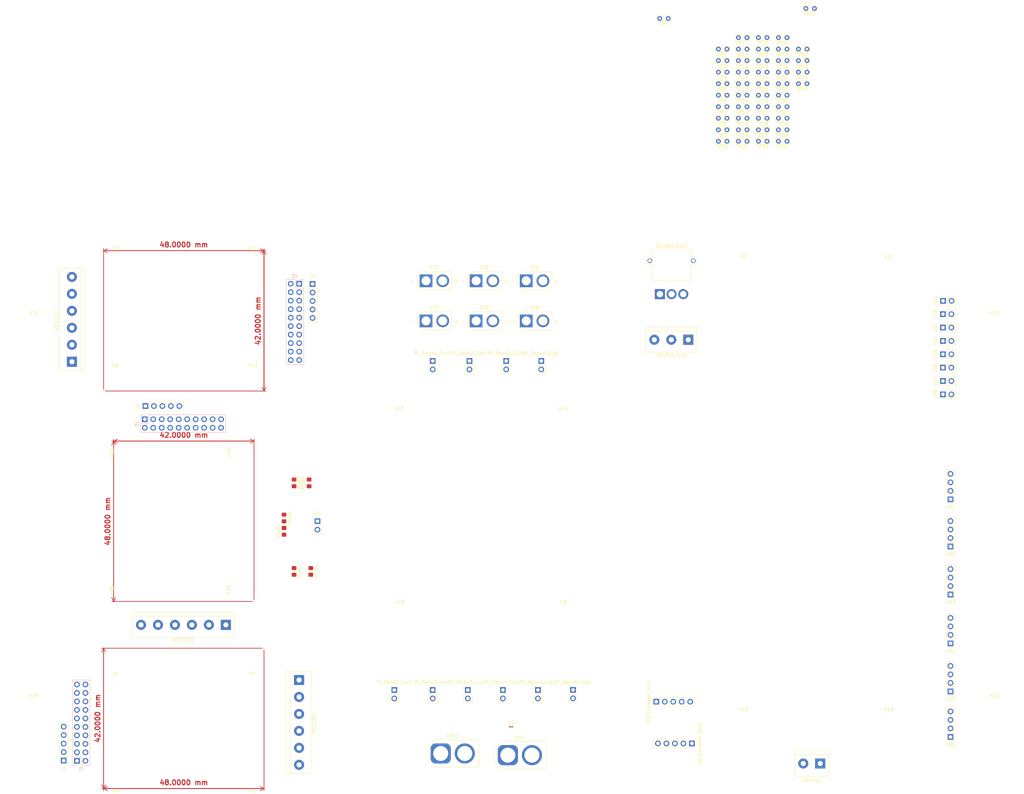
<source format=kicad_pcb>
(kicad_pcb (version 20240108) (generator "pcbnew") (generator_version "8.0")
  (layers (0 "F.Cu" signal) (1 "In1.Cu" signal) (2 "In2.Cu" signal) (3 "In3.Cu" signal) (4 "In4.Cu" signal) (31 "B.Cu" signal) (34 "B.Paste" user) (35 "F.Paste" user) (36 "B.SilkS" user "B.Silkscreen") (37 "F.SilkS" user "F.Silkscreen") (38 "B.Mask" user) (39 "F.Mask" user) (44 "Edge.Cuts" user))
  (net 0 "")
  (net 1 "GND")
  (net 2 "/LS4")
  (net 3 "/LS3")
  (net 4 "/LS7a")
  (net 5 "/LS7b")
  (net 6 "/B")
  (net 7 "/A")
  (net 8 "/C")
  (net 9 "/Sens4_2")
  (net 10 "/Sens4_1")
  (net 11 "/XT301+")
  (net 12 "/XT301-")
  (net 13 "/XT302+")
  (net 14 "/XT302-")
  (net 15 "/XT303+")
  (net 16 "/XT303-")
  (net 17 "/XT304+")
  (net 18 "/XT304-")
  (net 19 "/EN_B")
  (net 20 "/EN_A")
  (net 21 "+12V")
  (net 22 "+5V")
  (net 23 "/LS8a")
  (net 24 "/LS8b")
  (net 25 "/EN_C")
  (net 26 "Net-(PI1-Pin_1)")
  (net 27 "/EN1+")
  (net 28 "/EN1-")
  (net 29 "/EN1b")
  (net 30 "/EN1a")
  (net 31 "/EN2-")
  (net 32 "/EN2a")
  (net 33 "/EN2b")
  (net 34 "/EN2+")
  (net 35 "/EN3+")
  (net 36 "/EN3b")
  (net 37 "/EN3-")
  (net 38 "/EN3a")
  (net 39 "/EN4+")
  (net 40 "/EN4a")
  (net 41 "/EN4-")
  (net 42 "/EN4b")
  (net 43 "/EN5b")
  (net 44 "/EN5-")
  (net 45 "/EN5a")
  (net 46 "/EN5+")
  (net 47 "/EN6a")
  (net 48 "/EN6-")
  (net 49 "/EN6b")
  (net 50 "/EN6+")
  (net 54 "Net-(J1-Pin_1)")
  (net 58 "Net-(J1-Pin_3)")
  (net 62 "Net-(J2-Pin_1)")
  (net 69 "Net-(J2-Pin_3)")
  (net 76 "Net-(J3-Pin_1)")
  (net 80 "Net-(J3-Pin_3)")
  (net 82 "/LS5")
  (net 85 "/LS6")
  (net 86 "/LS1")
  (net 87 "/LS2")
  (net 94 "/Sens1_1")
  (net 95 "/Sens1_2")
  (net 96 "/Sens2_1")
  (net 97 "/Sens2_2")
  (net 98 "/Sens3_2")
  (net 99 "/Sens3_1")
  (net 100 "/XT306+")
  (net 101 "/XT305+")
  (net 102 "/XT306-")
  (net 103 "/XT305-")
  (footprint "Resistor_SMD:R_0805_2012Metric_Pad1.20x1.40mm_HandSolder" (layer "F.Cu") (at 240 168.5 90)
    (property "Reference" "PUR4" (at 0 -1.65 90) (layer "F.SilkS"))
    (property "Value" "R_US")
    (pad "1" smd roundrect (at -1 0 90) (size 1.2 1.4) (layers "F.Cu" "F.Paste" "F.Mask") (roundrect_rratio 0.208333) (net 87 "/LS2"))
    (pad "2" smd roundrect (at 1 0 90) (size 1.2 1.4) (layers "F.Cu" "F.Paste" "F.Mask") (roundrect_rratio 0.208333) (net 69 "Net-(J2-Pin_3)"))
  )
  (footprint "MountingHole:MountingHole_3.2mm_M3" (layer "F.Cu") (at 185 159.5 90)
    (property "Reference" "H12" (at -0.05 -4 90) (layer "F.SilkS"))
    (property "Value" "MountingHole")
    (pad "" np_thru_hole circle (at 0 0 90) (size 3.2 3.2) (drill 3.2) (layers "*.Cu" "*.Mask"))
  )
  (footprint "TestPoint:TestPoint_Bridge_Pitch2.54mm_Drill0.7mm" (layer "F.Cu") (at 380.5 62.8)
    (property "Reference" "TP39" (at 1.1 1.7 0) (layer "F.SilkS"))
    (property "Value" "TestPoint_Probe")
    (pad "1" thru_hole circle (at 0 0) (size 1.4 1.4) (drill 0.7) (layers "*.Cu" "*.Mask") (net 8 "/C"))
    (pad "1" thru_hole circle (at 2.54 0) (size 1.4 1.4) (drill 0.7) (layers "*.Cu" "*.Mask") (net 8 "/C"))
  )
  (footprint "MountingHole:MountingHole_3.2mm_M3" (layer "F.Cu") (at 413.5 105)
    (property "Reference" "H11" (at 0 -4.2 0) (layer "F.SilkS"))
    (property "Value" "MountingHole")
    (pad "" np_thru_hole circle (at 0 0) (size 3.2 3.2) (drill 3.2) (layers "*.Cu" "*.Mask"))
  )
  (footprint "Connector_PinHeader_2.54mm:PinHeader_1x05_P2.54mm_Vertical" (layer "F.Cu") (at 343.925 234 90)
    (property "Reference" "OD_Encoder_Inp1" (at 0 -2.33 90) (layer "F.SilkS"))
    (property "Value" "Conn_01x04")
    (pad "1" thru_hole rect (at 0 0 90) (size 1.7 1.7) (drill 1) (layers "*.Cu" "*.Mask") (net 1 "GND"))
    (pad "2" thru_hole oval (at 0 2.54 90) (size 1.7 1.7) (drill 1) (layers "*.Cu" "*.Mask") (net 25 "/EN_C"))
    (pad "3" thru_hole oval (at 0 5.08 90) (size 1.7 1.7) (drill 1) (layers "*.Cu" "*.Mask") (net 19 "/EN_B"))
    (pad "4" thru_hole oval (at 0 7.62 90) (size 1.7 1.7) (drill 1) (layers "*.Cu" "*.Mask") (net 20 "/EN_A"))
    (pad "5" thru_hole oval (at 0 10.16 90) (size 1.7 1.7) (drill 1) (layers "*.Cu" "*.Mask") (net 22 "+5V"))
  )
  (footprint "TestPoint:TestPoint_Bridge_Pitch2.54mm_Drill0.7mm" (layer "F.Cu") (at 362.53 38.65)
    (property "Reference" "TP2" (at 1.1 1.7 0) (layer "F.SilkS"))
    (property "Value" "TestPoint_Probe")
    (pad "1" thru_hole circle (at 0 0) (size 1.4 1.4) (drill 0.7) (layers "*.Cu" "*.Mask") (net 76 "Net-(J3-Pin_1)"))
    (pad "1" thru_hole circle (at 2.54 0) (size 1.4 1.4) (drill 0.7) (layers "*.Cu" "*.Mask") (net 76 "Net-(J3-Pin_1)"))
  )
  (footprint "TestPoint:TestPoint_Bridge_Pitch2.54mm_Drill0.7mm" (layer "F.Cu") (at 362.53 55.9)
    (property "Reference" "TP7" (at 1.1 1.7 0) (layer "F.SilkS"))
    (property "Value" "TestPoint_Probe")
    (pad "1" thru_hole circle (at 0 0) (size 1.4 1.4) (drill 0.7) (layers "*.Cu" "*.Mask") (net 3 "/LS3"))
    (pad "1" thru_hole circle (at 2.54 0) (size 1.4 1.4) (drill 0.7) (layers "*.Cu" "*.Mask") (net 3 "/LS3"))
  )
  (footprint "TestPoint:TestPoint_Bridge_Pitch2.54mm_Drill0.7mm" (layer "F.Cu") (at 368.52 42.1)
    (property "Reference" "TP13" (at 1.1 1.7 0) (layer "F.SilkS"))
    (property "Value" "TestPoint_Probe")
    (pad "1" thru_hole circle (at 0 0) (size 1.4 1.4) (drill 0.7) (layers "*.Cu" "*.Mask") (net 1 "GND"))
    (pad "1" thru_hole circle (at 2.54 0) (size 1.4 1.4) (drill 0.7) (layers "*.Cu" "*.Mask") (net 1 "GND"))
  )
  (footprint "Connector_PinHeader_2.54mm:PinHeader_1x02_P2.54mm_Vertical" (layer "F.Cu") (at 429.725 130 90)
    (property "Reference" "LS5" (at 0 -2.33 90) (layer "F.SilkS"))
    (property "Value" "Conn_02x01")
    (pad "1" thru_hole rect (at 0 0 90) (size 1.7 1.7) (drill 1) (layers "*.Cu" "*.Mask") (net 82 "/LS5"))
    (pad "2" thru_hole oval (at 0 2.54 90) (size 1.7 1.7) (drill 1) (layers "*.Cu" "*.Mask") (net 1 "GND"))
  )
  (footprint "Connector_PinHeader_2.54mm:PinHeader_1x02_P2.54mm_Vertical" (layer "F.Cu") (at 429.725 134 90)
    (property "Reference" "LS6" (at 0 -2.33 90) (layer "F.SilkS"))
    (property "Value" "Conn_02x01")
    (pad "1" thru_hole rect (at 0 0 90) (size 1.7 1.7) (drill 1) (layers "*.Cu" "*.Mask") (net 85 "/LS6"))
    (pad "2" thru_hole oval (at 0 2.54 90) (size 1.7 1.7) (drill 1) (layers "*.Cu" "*.Mask") (net 1 "GND"))
  )
  (footprint "MountingHole:MountingHole_4.3mm_M4" (layer "F.Cu") (at 157.5 123)
    (property "Reference" "H21" (at 0 -5.3 0) (layer "F.SilkS"))
    (property "Value" "MountingHole")
    (pad "" np_thru_hole circle (at 0 0) (size 4.3 4.3) (drill 4.3) (layers "*.Cu" "*.Mask"))
  )
  (footprint "Connector_AMASS:AMASS_XT30U-M_1x02_P5.0mm_Vertical" (layer "F.Cu") (at 275 108)
    (property "Reference" "XT1" (at 2.5 -4 0) (layer "F.SilkS"))
    (property "Value" "Conn_01x02_Male")
    (fp_text user "+" (at 9 0 0) (layer "F.SilkS") (effects (font (size 1.5 1.5))))
    (fp_text user "-" (at -4 0 0) (layer "F.SilkS") (effects (font (size 1.5 1.5))))
    (pad "1" thru_hole rect (at 0 0) (size 3.8 3.8) (drill 2.7) (layers "*.Cu" "*.Mask") (net 11 "/XT301+"))
    (pad "2" thru_hole circle (at 5 0) (size 3.8 3.8) (drill 2.7) (layers "*.Cu" "*.Mask") (net 12 "/XT301-"))
  )
  (footprint "Resistor_SMD:R_0805_2012Metric_Pad1.20x1.40mm_HandSolder" (layer "F.Cu") (at 235.5 195 -90)
    (property "Reference" "PUR2" (at 0 -1.65 90) (layer "F.SilkS"))
    (property "Value" "R_US")
    (pad "1" smd roundrect (at -1 0 270) (size 1.2 1.4) (layers "F.Cu" "F.Paste" "F.Mask") (roundrect_rratio 0.208333) (net 85 "/LS6"))
    (pad "2" smd roundrect (at 1 0 270) (size 1.2 1.4) (layers "F.Cu" "F.Paste" "F.Mask") (roundrect_rratio 0.208333) (net 58 "Net-(J1-Pin_3)"))
  )
  (footprint "TestPoint:TestPoint_Bridge_Pitch2.54mm_Drill0.7mm" (layer "F.Cu") (at 362.53 52.45)
    (property "Reference" "TP6" (at 1.1 1.7 0) (layer "F.SilkS"))
    (property "Value" "TestPoint_Probe")
    (pad "1" thru_hole circle (at 0 0) (size 1.4 1.4) (drill 0.7) (layers "*.Cu" "*.Mask") (net 87 "/LS2"))
    (pad "1" thru_hole circle (at 2.54 0) (size 1.4 1.4) (drill 0.7) (layers "*.Cu" "*.Mask") (net 87 "/LS2"))
  )
  (footprint "Connector_PinHeader_2.54mm:PinHeader_1x02_P2.54mm_Vertical" (layer "F.Cu") (at 429.725 118 90)
    (property "Reference" "LS2" (at 0 -2.33 90) (layer "F.SilkS"))
    (property "Value" "Conn_02x01")
    (pad "1" thru_hole rect (at 0 0 90) (size 1.7 1.7) (drill 1) (layers "*.Cu" "*.Mask") (net 87 "/LS2"))
    (pad "2" thru_hole oval (at 0 2.54 90) (size 1.7 1.7) (drill 1) (layers "*.Cu" "*.Mask") (net 1 "GND"))
  )
  (footprint "TestPoint:TestPoint_Bridge_Pitch2.54mm_Drill0.7mm" (layer "F.Cu") (at 368.52 52.45)
    (property "Reference" "TP16" (at 1.1 1.7 0) (layer "F.SilkS"))
    (property "Value" "TestPoint_Probe")
    (pad "1" thru_hole circle (at 0 0) (size 1.4 1.4) (drill 0.7) (layers "*.Cu" "*.Mask") (net 1 "GND"))
    (pad "1" thru_hole circle (at 2.54 0) (size 1.4 1.4) (drill 0.7) (layers "*.Cu" "*.Mask") (net 1 "GND"))
  )
  (footprint "MountingHole:MountingHole_3.2mm_M3" (layer "F.Cu") (at 370 105)
    (property "Reference" "H7" (at 0 -4.2 0) (layer "F.SilkS"))
    (property "Value" "MountingHole")
    (pad "" np_thru_hole circle (at 0 0) (size 3.2 3.2) (drill 3.2) (layers "*.Cu" "*.Mask"))
  )
  (footprint "Connector_AMASS:AMASS_XT30U-M_1x02_P5.0mm_Vertical" (layer "F.Cu") (at 305 120)
    (property "Reference" "XT6" (at 2.5 -4 0) (layer "F.SilkS"))
    (property "Value" "Conn_01x02_Male")
    (fp_text user "-" (at -4 0 0) (layer "F.SilkS") (effects (font (size 1.5 1.5))))
    (fp_text user "+" (at 9 0 0) (layer "F.SilkS") (effects (font (size 1.5 1.5))))
    (pad "1" thru_hole rect (at 0 0) (size 3.8 3.8) (drill 2.7) (layers "*.Cu" "*.Mask") (net 100 "/XT306+"))
    (pad "2" thru_hole circle (at 5 0) (size 3.8 3.8) (drill 2.7) (layers "*.Cu" "*.Mask") (net 102 "/XT306-"))
  )
  (footprint "TestPoint:TestPoint_Bridge_Pitch2.54mm_Drill0.7mm" (layer "F.Cu") (at 374.51 45.55)
    (property "Reference" "TP24" (at 1.1 1.7 0) (layer "F.SilkS"))
    (property "Value" "TestPoint_Probe")
    (pad "1" thru_hole circle (at 0 0) (size 1.4 1.4) (drill 0.7) (layers "*.Cu" "*.Mask") (net 25 "/EN_C"))
    (pad "1" thru_hole circle (at 2.54 0) (size 1.4 1.4) (drill 0.7) (layers "*.Cu" "*.Mask") (net 25 "/EN_C"))
  )
  (footprint "Connector_PinHeader_2.54mm:PinHeader_1x02_P2.54mm_Vertical" (layer "F.Cu") (at 288 132)
    (property "Reference" "PI_Sens2_Out1" (at 0 -2.33 0) (layer "F.SilkS"))
    (property "Value" "Conn_01x02")
    (pad "1" thru_hole rect (at 0 0) (size 1.7 1.7) (drill 1) (layers "*.Cu" "*.Mask") (net 96 "/Sens2_1"))
    (pad "2" thru_hole oval (at 0 2.54) (size 1.7 1.7) (drill 1) (layers "*.Cu" "*.Mask") (net 97 "/Sens2_2"))
  )
  (footprint "MountingHole:MountingHole_3.2mm_M3" (layer "F.Cu") (at 182 221.5 180)
    (property "Reference" "H5" (at 0 -4.2 0) (layer "F.SilkS"))
    (property "Value" "MountingHole")
    (pad "" np_thru_hole circle (at 0 0 180) (size 3.2 3.2) (drill 3.2) (layers "*.Cu" "*.Mask"))
  )
  (footprint "TestPoint:TestPoint_Bridge_Pitch2.54mm_Drill0.7mm" (layer "F.Cu") (at 380.5 66.25)
    (property "Reference" "TP40" (at 1.1 1.7 0) (layer "F.SilkS"))
    (property "Value" "TestPoint_Probe")
    (pad "1" thru_hole circle (at 0 0) (size 1.4 1.4) (drill 0.7) (layers "*.Cu" "*.Mask") (net 6 "/B"))
    (pad "1" thru_hole circle (at 2.54 0) (size 1.4 1.4) (drill 0.7) (layers "*.Cu" "*.Mask") (net 6 "/B"))
  )
  (footprint "Resistor_SMD:R_0805_2012Metric_Pad1.20x1.40mm_HandSolder" (layer "F.Cu") (at 240.5 195 -90)
    (property "Reference" "PUR1" (at 0 -1.65 90) (layer "F.SilkS"))
    (property "Value" "R_US")
    (pad "1" smd roundrect (at -1 0 270) (size 1.2 1.4) (layers "F.Cu" "F.Paste" "F.Mask") (roundrect_rratio 0.208333) (net 54 "Net-(J1-Pin_1)"))
    (pad "2" smd roundrect (at 1 0 270) (size 1.2 1.4) (layers "F.Cu" "F.Paste" "F.Mask") (roundrect_rratio 0.208333) (net 82 "/LS5"))
  )
  (footprint "Connector_PinHeader_2.54mm:PinHeader_1x04_P2.54mm_Vertical" (layer "F.Cu") (at 432 187.54 180)
    (property "Reference" "EN2" (at 0 -2.33 0) (layer "F.SilkS"))
    (property "Value" "Conn_01x04")
    (pad "1" thru_hole rect (at 0 0 180) (size 1.7 1.7) (drill 1) (layers "*.Cu" "*.Mask") (net 31 "/EN2-"))
    (pad "2" thru_hole oval (at 0 2.54 180) (size 1.7 1.7) (drill 1) (layers "*.Cu" "*.Mask") (net 34 "/EN2+"))
    (pad "3" thru_hole oval (at 0 5.08 180) (size 1.7 1.7) (drill 1) (layers "*.Cu" "*.Mask") (net 33 "/EN2b"))
    (pad "4" thru_hole oval (at 0 7.62 180) (size 1.7 1.7) (drill 1) (layers "*.Cu" "*.Mask") (net 32 "/EN2a"))
  )
  (footprint "Connector_PinHeader_2.54mm:PinHeader_1x02_P2.54mm_Vertical" (layer "F.Cu") (at 319 230.46)
    (property "Reference" "PI_Sens6_Inp1" (at 0 -2.33 0) (layer "F.SilkS"))
    (property "Value" "Conn_01x02")
    (pad "1" thru_hole rect (at 0 0) (size 1.7 1.7) (drill 1) (layers "*.Cu" "*.Mask") (net 23 "/LS8a"))
    (pad "2" thru_hole oval (at 0 2.54) (size 1.7 1.7) (drill 1) (layers "*.Cu" "*.Mask") (net 24 "/LS8b"))
  )
  (footprint "TestPoint:TestPoint_Bridge_Pitch2.54mm_Drill0.7mm" (layer "F.Cu") (at 368.52 66.25)
    (property "Reference" "TP20" (at 1.1 1.7 0) (layer "F.SilkS"))
    (property "Value" "TestPoint_Probe")
    (pad "1" thru_hole circle (at 0 0) (size 1.4 1.4) (drill 0.7) (layers "*.Cu" "*.Mask") (net 24 "/LS8b"))
    (pad "1" thru_hole circle (at 2.54 0) (size 1.4 1.4) (drill 0.7) (layers "*.Cu" "*.Mask") (net 24 "/LS8b"))
  )
  (footprint "TestPoint:TestPoint_Bridge_Pitch2.54mm_Drill0.7mm" (layer "F.Cu") (at 388.73 26.5)
    (property "Reference" "TP41" (at 1.1 1.7 0) (layer "F.SilkS"))
    (property "Value" "TestPoint_Probe")
    (pad "1" thru_hole circle (at 0 0) (size 1.4 1.4) (drill 0.7) (layers "*.Cu" "*.Mask") (net 7 "/A"))
    (pad "1" thru_hole circle (at 2.54 0) (size 1.4 1.4) (drill 0.7) (layers "*.Cu" "*.Mask") (net 7 "/A"))
  )
  (footprint "TestPoint:TestPoint_Bridge_Pitch2.54mm_Drill0.7mm" (layer "F.Cu") (at 368.52 38.65)
    (property "Reference" "TP12" (at 1.1 1.7 0) (layer "F.SilkS"))
    (property "Value" "TestPoint_Probe")
    (pad "1" thru_hole circle (at 0 0) (size 1.4 1.4) (drill 0.7) (layers "*.Cu" "*.Mask") (net 58 "Net-(J1-Pin_3)"))
    (pad "1" thru_hole circle (at 2.54 0) (size 1.4 1.4) (drill 0.7) (layers "*.Cu" "*.Mask") (net 58 "Net-(J1-Pin_3)"))
  )
  (footprint "TestPoint:TestPoint_Bridge_Pitch2.54mm_Drill0.7mm" (layer "F.Cu") (at 374.51 42.1)
    (property "Reference" "TP23" (at 1.1 1.7 0) (layer "F.SilkS"))
    (property "Value" "TestPoint_Probe")
    (pad "1" thru_hole circle (at 0 0) (size 1.4 1.4) (drill 0.7) (layers "*.Cu" "*.Mask") (net 8 "/C"))
    (pad "1" thru_hole circle (at 2.54 0) (size 1.4 1.4) (drill 0.7) (layers "*.Cu" "*.Mask") (net 8 "/C"))
  )
  (footprint "Connector_PinHeader_2.54mm:PinHeader_1x04_P2.54mm_Vertical" (layer "F.Cu") (at 432 173.42 180)
    (property "Reference" "EN1" (at 0 -2.33 0) (layer "F.SilkS"))
    (property "Value" "Conn_01x04")
    (pad "1" thru_hole rect (at 0 0 180) (size 1.7 1.7) (drill 1) (layers "*.Cu" "*.Mask") (net 28 "/EN1-"))
    (pad "2" thru_hole oval (at 0 2.54 180) (size 1.7 1.7) (drill 1) (layers "*.Cu" "*.Mask") (net 27 "/EN1+"))
    (pad "3" thru_hole oval (at 0 5.08 180) (size 1.7 1.7) (drill 1) (layers "*.Cu" "*.Mask") (net 29 "/EN1b"))
    (pad "4" thru_hole oval (at 0 7.62 180) (size 1.7 1.7) (drill 1) (layers "*.Cu" "*.Mask") (net 30 "/EN1a"))
  )
  (footprint "MountingHole:MountingHole_3.2mm_M3" (layer "F.Cu") (at 267 150.5)
    (property "Reference" "H10" (at 0 -4.2 0) (layer "F.SilkS"))
    (property "Value" "MountingHole")
    (pad "" np_thru_hole circle (at 0 0) (size 3.2 3.2) (drill 3.2) (layers "*.Cu" "*.Mask"))
  )
  (footprint "Connector_AMASS:AMASS_XT30U-M_1x02_P5.0mm_Vertical" (layer "F.Cu") (at 290 120)
    (property "Reference" "XT5" (at 2.5 -4 0) (layer "F.SilkS"))
    (property "Value" "Conn_01x02_Male")
    (fp_text user "+" (at 9 0 0) (layer "F.SilkS") (effects (font (size 1.5 1.5))))
    (fp_text user "-" (at -4 0 0) (layer "F.SilkS") (effects (font (size 1.5 1.5))))
    (pad "1" thru_hole rect (at 0 0) (size 3.8 3.8) (drill 2.7) (layers "*.Cu" "*.Mask") (net 101 "/XT305+"))
    (pad "2" thru_hole circle (at 5 0) (size 3.8 3.8) (drill 2.7) (layers "*.Cu" "*.Mask") (net 103 "/XT305-"))
  )
  (footprint "TestPoint:TestPoint_Bridge_Pitch2.54mm_Drill0.7mm" (layer "F.Cu") (at 362.53 59.35)
    (property "Reference" "TP8" (at 1.1 1.7 0) (layer "F.SilkS"))
    (property "Value" "TestPoint_Probe")
    (pad "1" thru_hole circle (at 0 0) (size 1.4 1.4) (drill 0.7) (layers "*.Cu" "*.Mask") (net 2 "/LS4"))
    (pad "1" thru_hole circle (at 2.54 0) (size 1.4 1.4) (drill 0.7) (layers "*.Cu" "*.Mask") (net 2 "/LS4"))
  )
  (footprint "TestPoint:TestPoint_Bridge_Pitch2.54mm_Drill0.7mm" (layer "F.Cu") (at 374.51 38.65)
    (property "Reference" "TP22" (at 1.1 1.7 0) (layer "F.SilkS"))
    (property "Value" "TestPoint_Probe")
    (pad "1" thru_hole circle (at 0 0) (size 1.4 1.4) (drill 0.7) (layers "*.Cu" "*.Mask") (net 6 "/B"))
    (pad "1" thru_hole circle (at 2.54 0) (size 1.4 1.4) (drill 0.7) (layers "*.Cu" "*.Mask") (net 6 "/B"))
  )
  (footprint "Connector_AMASS:AMASS_XT30U-M_1x02_P5.0mm_Vertical" (layer "F.Cu") (at 305 108)
    (property "Reference" "XT3" (at 2.5 -4 0) (layer "F.SilkS"))
    (property "Value" "Conn_01x02_Male")
    (fp_text user "+" (at 9 0 0) (layer "F.SilkS") (effects (font (size 1.5 1.5))))
    (fp_text user "-" (at -4 0 0) (layer "F.SilkS") (effects (font (size 1.5 1.5))))
    (pad "1" thru_hole rect (at 0 0) (size 3.8 3.8) (drill 2.7) (layers "*.Cu" "*.Mask") (net 15 "/XT303+"))
    (pad "2" thru_hole circle (at 5 0) (size 3.8 3.8) (drill 2.7) (layers "*.Cu" "*.Mask") (net 16 "/XT303-"))
  )
  (footprint "TestPoint:TestPoint_Bridge_Pitch2.54mm_Drill0.7mm" (layer "F.Cu") (at 380.5 42.1)
    (property "Reference" "TP33" (at 1.1 1.7 0) (layer "F.SilkS"))
    (property "Value" "TestPoint_Probe")
    (pad "1" thru_hole circle (at 0 0) (size 1.4 1.4) (drill 0.7) (layers "*.Cu" "*.Mask") (net 21 "+12V"))
    (pad "1" thru_hole circle (at 2.54 0) (size 1.4 1.4) (drill 0.7) (layers "*.Cu" "*.Mask") (net 21 "+12V"))
  )
  (footprint "TestPoint:TestPoint_Bridge_Pitch2.54mm_Drill0.7mm" (layer "F.Cu") (at 362.53 49)
    (property "Reference" "TP5" (at 1.1 1.7 0) (layer "F.SilkS"))
    (property "Value" "TestPoint_Probe")
    (pad "1" thru_hole circle (at 0 0) (size 1.4 1.4) (drill 0.7) (layers "*.Cu" "*.Mask") (net 86 "/LS1"))
    (pad "1" thru_hole circle (at 2.54 0) (size 1.4 1.4) (drill 0.7) (layers "*.Cu" "*.Mask") (net 86 "/LS1"))
  )
  (footprint "Connector_PinHeader_2.54mm:PinHeader_1x02_P2.54mm_Vertical" (layer "F.Cu") (at 287.5 230.5)
    (property "Reference" "PI_Sens3_Inp1" (at 0 -2.33 0) (layer "F.SilkS"))
    (property "Value" "Conn_01x02")
    (pad "1" thru_hole rect (at 0 0) (size 1.7 1.7) (drill 1) (layers "*.Cu" "*.Mask") (net 98 "/Sens3_2"))
    (pad "2" thru_hole oval (at 0 2.54) (size 1.7 1.7) (drill 1) (layers "*.Cu" "*.Mask") (net 99 "/Sens3_1"))
  )
  (footprint "MountingHole:MountingHole_3.2mm_M3" (layer "F.Cu") (at 223 102.5)
    (property "Reference" "H17" (at 0 -4.2 0) (layer "F.SilkS"))
    (property "Value" "MountingHole")
    (pad "" np_thru_hole circle (at 0 0) (size 3.2 3.2) (drill 3.2) (layers "*.Cu" "*.Mask"))
  )
  (footprint "Connector_PinHeader_2.54mm:PinHeader_1x02_P2.54mm_Vertical" (layer "F.Cu") (at 298 230.5)
    (property "Reference" "PI_Sens4_Inp1" (at 0 -2.33 0) (layer "F.SilkS"))
    (property "Value" "Conn_01x02")
    (pad "1" thru_hole rect (at 0 0) (size 1.7 1.7) (drill 1) (layers "*.Cu" "*.Mask") (net 9 "/Sens4_2"))
    (pad "2" thru_hole oval (at 0 2.54) (size 1.7 1.7) (drill 1) (layers "*.Cu" "*.Mask") (net 10 "/Sens4_1"))
  )
  (footprint "TestPoint:TestPoint_Bridge_Pitch2.54mm_Drill0.7mm" (layer "F.Cu") (at 374.51 66.25)
    (property "Reference" "TP30" (at 1.1 1.7 0) (layer "F.SilkS"))
    (property "Value" "TestPoint_Probe")
    (pad "1" thru_hole circle (at 0 0) (size 1.4 1.4) (drill 0.7) (layers "*.Cu" "*.Mask") (net 1 "GND"))
    (pad "1" thru_hole circle (at 2.54 0) (size 1.4 1.4) (drill 0.7) (layers "*.Cu" "*.Mask") (net 1 "GND"))
  )
  (footprint "Resistor_SMD:R_0805_2012Metric_Pad1.20x1.40mm_HandSolder" (layer "F.Cu") (at 232.5 179 -90)
    (property "Reference" "PUR6" (at 0 -1.65 90) (layer "F.SilkS"))
    (property "Value" "R_US")
    (pad "1" smd roundrect (at -1 0 270) (size 1.2 1.4) (layers "F.Cu" "F.Paste" "F.Mask") (roundrect_rratio 0.208333) (net 2 "/LS4"))
    (pad "2" smd roundrect (at 1 0 270) (size 1.2 1.4) (layers "F.Cu" "F.Paste" "F.Mask") (roundrect_rratio 0.208333) (net 80 "Net-(J3-Pin_3)"))
  )
  (footprint "TestPoint:TestPoint_Bridge_Pitch2.54mm_Drill0.7mm" (layer "F.Cu") (at 386.49 42.1)
    (property "Reference" "TP43" (at 1.1 1.7 0) (layer "F.SilkS"))
    (property "Value" "TestPoint_Probe")
    (pad "1" thru_hole circle (at 0 0) (size 1.4 1.4) (drill 0.7) (layers "*.Cu" "*.Mask") (net 1 "GND"))
    (pad "1" thru_hole circle (at 2.54 0) (size 1.4 1.4) (drill 0.7) (layers "*.Cu" "*.Mask") (net 1 "GND"))
  )
  (footprint "Connector_PinHeader_2.54mm:PinHeader_1x02_P2.54mm_Vertical" (layer "F.Cu") (at 429.765 114 90)
    (property "Reference" "LS1" (at 0 -2.33 90) (layer "F.SilkS"))
    (property "Value" "Conn_02x01")
    (pad "1" thru_hole rect (at 0 0 90) (size 1.7 1.7) (drill 1) (layers "*.Cu" "*.Mask") (net 86 "/LS1"))
    (pad "2" thru_hole oval (at 0 2.54 90) (size 1.7 1.7) (drill 1) (layers "*.Cu" "*.Mask") (net 1 "GND"))
  )
  (footprint "Connector_PinHeader_2.54mm:PinHeader_1x02_P2.54mm_Vertical" (layer "F.Cu") (at 429.725 138 90)
    (property "Reference" "LS7" (at 0 -2.33 90) (layer "F.SilkS"))
    (property "Value" "Conn_02x01")
    (pad "1" thru_hole rect (at 0 0 90) (size 1.7 1.7) (drill 1) (layers "*.Cu" "*.Mask") (net 4 "/LS7a"))
    (pad "2" thru_hole oval (at 0 2.54 90) (size 1.7 1.7) (drill 1) (layers "*.Cu" "*.Mask") (net 5 "/LS7b"))
  )
  (footprint "Connector_PinHeader_2.54mm:PinHeader_1x02_P2.54mm_Vertical" (layer "F.Cu") (at 429.725 122 90)
    (property "Reference" "LS3" (at 0 -2.33 90) (layer "F.SilkS"))
    (property "Value" "Conn_02x01")
    (pad "1" thru_hole rect (at 0 0 90) (size 1.7 1.7) (drill 1) (layers "*.Cu" "*.Mask") (net 3 "/LS3"))
    (pad "2" thru_hole oval (at 0 2.54 90) (size 1.7 1.7) (drill 1) (layers "*.Cu" "*.Mask") (net 1 "GND"))
  )
  (footprint "TestPoint:TestPoint_Bridge_Pitch2.54mm_Drill0.7mm" (layer "F.Cu") (at 374.51 35.2)
    (property "Reference" "TP21" (at 1.1 1.7 0) (layer "F.SilkS"))
    (property "Value" "TestPoint_Probe")
    (pad "1" thru_hole circle (at 0 0) (size 1.4 1.4) (drill 0.7) (layers "*.Cu" "*.Mask") (net 7 "/A"))
    (pad "1" thru_hole circle (at 2.54 0) (size 1.4 1.4) (drill 0.7) (layers "*.Cu" "*.Mask") (net 7 "/A"))
  )
  (footprint "TerminalBlock:TerminalBlock_bornier-6_P5.08mm" (layer "F.Cu") (at 169 132.24 90)
    (property "Reference" "RC1_ST1" (at 12.65 -4.55 90) (layer "F.SilkS"))
    (property "Value" "Screw_Terminal_01x06")
    (pad "1" thru_hole rect (at 0 0 90) (size 3 3) (drill 1.52) (layers "*.Cu" "*.Mask") (net 11 "/XT301+"))
    (pad "2" thru_hole circle (at 5.08 0 90) (size 3 3) (drill 1.52) (layers "*.Cu" "*.Mask") (net 12 "/XT301-"))
    (pad "3" thru_hole circle (at 10.16 0 90) (size 3 3) (drill 1.52) (layers "*.Cu" "*.Mask") (net 21 "+12V"))
    (pad "4" thru_hole circle (at 15.24 0 90) (size 3 3) (drill 1.52) (layers "*.Cu" "*.Mask") (net 1 "GND"))
    (pad "5" thru_hole circle (at 20.32 0 90) (size 3 3) (drill 1.52) (layers "*.Cu" "*.Mask") (net 13 "/XT302+"))
    (pad "6" thru_hole circle (at 25.4 0 90) (size 3 3) (drill 1.52) (layers "*.Cu" "*.Mask") (net 14 "/XT302-"))
  )
  (footprint "TestPoint:TestPoint_Bridge_Pitch2.54mm_Drill0.7mm" (layer "F.Cu") (at 374.51 59.35)
    (property "Reference" "TP28" (at 1.1 1.7 0) (layer "F.SilkS"))
    (property "Value" "TestPoint_Probe")
    (pad "1" thru_hole circle (at 0 0) (size 1.4 1.4) (drill 0.7) (layers "*.Cu" "*.Mask") (net 1 "GND"))
    (pad "1" thru_hole circle (at 2.54 0) (size 1.4 1.4) (drill 0.7) (layers "*.Cu" "*.Mask") (net 1 "GND"))
  )
  (footprint "Connector_PinHeader_2.54mm:PinHeader_1x02_P2.54mm_Vertical" (layer "F.Cu") (at 265.5 230.5)
    (property "Reference" "PI_Sens1_Inp1" (at 0 -2.33 0) (layer "F.SilkS"))
    (property "Value" "Conn_01x02")
    (pad "1" thru_hole rect (at 0 0) (size 1.7 1.7) (drill 1) (layers "*.Cu" "*.Mask") (net 95 "/Sens1_2"))
    (pad "2" thru_hole oval (at 0 2.54) (size 1.7 1.7) (drill 1) (layers "*.Cu" "*.Mask") (net 94 "/Sens1_1"))
  )
  (footprint "Connector_PinHeader_2.54mm:PinHeader_1x05_P2.54mm_Vertical" (layer "F.Cu") (at 241.04 108.965)
    (property "Reference" "J4" (at 0 -2.33 0) (layer "F.SilkS"))
    (property "Value" "Conn_01x05")
    (pad "1" thru_hole rect (at 0 0) (size 1.7 1.7) (drill 1) (layers "*.Cu" "*.Mask") (net 82 "/LS5"))
    (pad "2" thru_hole oval (at 0 2.54) (size 1.7 1.7) (drill 1) (layers "*.Cu" "*.Mask") (net 85 "/LS6"))
    (pad "3" thru_hole oval (at 0 5.08) (size 1.7 1.7) (drill 1) (layers "*.Cu" "*.Mask"))
    (pad "4" thru_hole oval (at 0 7.62) (size 1.7 1.7) (drill 1) (layers "*.Cu" "*.Mask"))
    (pad "5" thru_hole oval (at 0 10.16) (size 1.7 1.7) (drill 1) (layers "*.Cu" "*.Mask"))
  )
  (footprint "Resistor_SMD:R_0805_2012Metric_Pad1.20x1.40mm_HandSolder" (layer "F.Cu") (at 232.5 183 90)
    (property "Reference" "PUR5" (at 0 -1.65 90) (layer "F.SilkS"))
    (property "Value" "R_US")
    (pad "1" smd roundrect (at -1 0 90) (size 1.2 1.4) (layers "F.Cu" "F.Paste" "F.Mask") (roundrect_rratio 0.208333) (net 76 "Net-(J3-Pin_1)"))
    (pad "2" smd roundrect (at 1 0 90) (size 1.2 1.4) (layers "F.Cu" "F.Paste" "F.Mask") (roundrect_rratio 0.208333) (net 3 "/LS3"))
  )
  (footprint "MountingHole:MountingHole_4.3mm_M4" (layer "F.Cu") (at 445 123)
    (property "Reference" "H22" (at 0 -5.3 0) (layer "F.SilkS"))
    (property "Value" "MountingHole")
    (pad "" np_thru_hole circle (at 0 0) (size 4.3 4.3) (drill 4.3) (layers "*.Cu" "*.Mask"))
  )
  (footprint "Connector_PinHeader_2.54mm:PinHeader_1x04_P2.54mm_Vertical" (layer "F.Cu") (at 432 216.54 180)
    (property "Reference" "EN4" (at 0 -2.33 0) (layer "F.SilkS"))
    (property "Value" "Conn_01x04")
    (pad "1" thru_hole rect (at 0 0 180) (size 1.7 1.7) (drill 1) (layers "*.Cu" "*.Mask") (net 41 "/EN4-"))
    (pad "2" thru_hole oval (at 0 2.54 180) (size 1.7 1.7) (drill 1) (layers "*.Cu" "*.Mask") (net 39 "/EN4+"))
    (pad "3" thru_hole oval (at 0 5.08 180) (size 1.7 1.7) (drill 1) (layers "*.Cu" "*.Mask") (net 42 "/EN4b"))
    (pad "4" thru_hole oval (at 0 7.62 180) (size 1.7 1.7) (drill 1) (layers "*.Cu" "*.Mask") (net 40 "/EN4a"))
  )
  (footprint "MountingHole:MountingHole_3.2mm_M3" (layer "F.Cu") (at 182 256.5 180)
    (property "Reference" "H9" (at 0 -4.2 0) (layer "F.SilkS"))
    (property "Value" "MountingHole")
    (pad "" np_thru_hole circle (at 0 0 180) (size 3.2 3.2) (drill 3.2) (layers "*.Cu" "*.Mask"))
  )
  (footprint "MountingHole:MountingHole_3.2mm_M3" (layer "F.Cu") (at 182 137.5)
    (property "Reference" "H6" (at 0 -4.2 0) (layer "F.SilkS"))
    (property "Value" "MountingHole")
    (pad "" np_thru_hole circle (at 0 0) (size 3.2 3.2) (drill 3.2) (layers "*.Cu" "*.Mask"))
  )
  (footprint "Connector_PinHeader_2.54mm:PinHeader_1x02_P2.54mm_Vertical" (layer "F.Cu") (at 242.5 179.96)
    (property "Reference" "PI1" (at 0 -2.33 0) (layer "F.SilkS"))
    (property "Value" "Conn_01x02")
    (pad "1" thru_hole rect (at 0 0) (size 1.7 1.7) (drill 1) (layers "*.Cu" "*.Mask") (net 26 "Net-(PI1-Pin_1)"))
    (pad "2" thru_hole oval (at 0 2.54) (size 1.7 1.7) (drill 1) (layers "*.Cu" "*.Mask") (net 1 "GND"))
  )
  (footprint "TestPoint:TestPoint_Bridge_Pitch2.54mm_Drill0.7mm" (layer "F.Cu") (at 368.52 35.2)
    (property "Reference" "TP11" (at 1.1 1.7 0) (layer "F.SilkS"))
    (property "Value" "TestPoint_Probe")
    (pad "1" thru_hole circle (at 0 0) (size 1.4 1.4) (drill 0.7) (layers "*.Cu" "*.Mask") (net 85 "/LS6"))
    (pad "1" thru_hole circle (at 2.54 0) (size 1.4 1.4) (drill 0.7) (layers "*.Cu" "*.Mask") (net 85 "/LS6"))
  )
  (footprint "TestPoint:TestPoint_Bridge_Pitch2.54mm_Drill0.7mm" (layer "F.Cu") (at 368.52 59.35)
    (property "Reference" "TP18" (at 1.1 1.7 0) (layer "F.SilkS"))
    (property "Value" "TestPoint_Probe")
    (pad "1" thru_hole circle (at 0 0) (size 1.4 1.4) (drill 0.7) (layers "*.Cu" "*.Mask") (net 1 "GND"))
    (pad "1" thru_hole circle (at 2.54 0) (size 1.4 1.4) (drill 0.7) (layers "*.Cu" "*.Mask") (net 1 "GND"))
  )
  (footprint "TestPoint:TestPoint_Bridge_Pitch2.54mm_Drill0.7mm" (layer "F.Cu") (at 368.52 55.9)
    (property "Reference" "TP17" (at 1.1 1.7 0) (layer "F.SilkS"))
    (property "Value" "TestPoint_Probe")
    (pad "1" thru_hole circle (at 0 0) (size 1.4 1.4) (drill 0.7) (layers "*.Cu" "*.Mask") (net 1 "GND"))
    (pad "1" thru_hole circle (at 2.54 0) (size 1.4 1.4) (drill 0.7) (layers "*.Cu" "*.Mask") (net 1 "GND"))
  )
  (footprint "TestPoint:TestPoint_Bridge_Pitch2.54mm_Drill0.7mm" (layer "F.Cu") (at 362.53 45.55)
    (property "Reference" "TP4" (at 1.1 1.7 0) (layer "F.SilkS"))
    (property "Value" "TestPoint_Probe")
    (pad "1" thru_hole circle (at 0 0) (size 1.4 1.4) (drill 0.7) (layers "*.Cu" "*.Mask") (net 62 "Net-(J2-Pin_1)"))
    (pad "1" thru_hole circle (at 2.54 0) (size 1.4 1.4) (drill 0.7) (layers "*.Cu" "*.Mask") (net 62 "Net-(J2-Pin_1)"))
  )
  (footprint "Connector_PinHeader_2.54mm:PinHeader_1x05_P2.54mm_Vertical" (layer "F.Cu") (at 191 145.5 90)
    (property "Reference" "J6" (at 0 -2.33 90) (layer "F.SilkS"))
    (property "Value" "Conn_01x05")
    (pad "1" thru_hole rect (at 0 0 90) (size 1.7 1.7) (drill 1) (layers "*.Cu" "*.Mask") (net 3 "/LS3"))
    (pad "2" thru_hole oval (at 0 2.54 90) (size 1.7 1.7) (drill 1) (layers "*.Cu" "*.Mask") (net 2 "/LS4"))
    (pad "3" thru_hole oval (at 0 5.08 90) (size 1.7 1.7) (drill 1) (layers "*.Cu" "*.Mask"))
    (pad "4" thru_hole oval (at 0 7.62 90) (size 1.7 1.7) (drill 1) (layers "*.Cu" "*.Mask"))
    (pad "5" thru_hole oval (at 0 10.16 90) (size 1.7 1.7) (drill 1) (layers "*.Cu" "*.Mask"))
  )
  (footprint "MountingHole:MountingHole_3.2mm_M3" (layer "F.Cu") (at 223 137.5)
    (property "Reference" "H13" (at 0 -4.2 0) (layer "F.SilkS"))
    (property "Value" "MountingHole")
    (pad "" np_thru_hole circle (at 0 0) (size 3.2 3.2) (drill 3.2) (layers "*.Cu" "*.Mask"))
  )
  (footprint "Connector_PinHeader_2.54mm:PinHeader_1x02_P2.54mm_Vertical" (layer "F.Cu") (at 277 230.5)
    (property "Reference" "PI_Sens2_Inp1" (at 0 -2.33 0) (layer "F.SilkS"))
    (property "Value" "Conn_01x02")
    (pad "1" thru_hole rect (at 0 0) (size 1.7 1.7) (drill 1) (layers "*.Cu" "*.Mask") (net 97 "/Sens2_2"))
    (pad "2" thru_hole oval (at 0 2.54) (size 1.7 1.7) (drill 1) (layers "*.Cu" "*.Mask") (net 96 "/Sens2_1"))
  )
  (footprint "TestPoint:TestPoint_Bridge_Pitch2.54mm_Drill0.7mm" (layer "F.Cu") (at 386.49 49)
    (property "Reference" "TP45" (at 1.1 1.7 0) (layer "F.SilkS"))
    (property "Value" "TestPoint_Probe")
    (pad "1" thru_hole circle (at 0 0) (size 1.4 1.4) (drill 0.7) (layers "*.Cu" "*.Mask") (net 1 "GND"))
    (pad "1" thru_hole circle (at 2.54 0) (size 1.4 1.4) (drill 0.7) (layers "*.Cu" "*.Mask") (net 1 "GND"))
  )
  (footprint "TestPoint:TestPoint_Bridge_Pitch2.54mm_Drill0.7mm" (layer "F.Cu") (at 362.53 66.25)
    (property "Reference" "TP10" (at 1.1 1.7 0) (layer "F.SilkS"))
    (property "Value" "TestPoint_Probe")
    (pad "1" thru_hole circle (at 0 0) (size 1.4 1.4) (drill 0.7) (layers "*.Cu" "*.Mask") (net 82 "/LS5"))
    (pad "1" thru_hole circle (at 2.54 0) (size 1.4 1.4) (drill 0.7) (layers "*.Cu" "*.Mask") (net 82 "/LS5"))
  )
  (footprint "Connector_PinHeader_2.54mm:PinHeader_1x02_P2.54mm_Vertical" (layer "F.Cu") (at 308.5 230.5)
    (property "Reference" "PI_Sens5_Inp1" (at 0 -2.33 0) (layer "F.SilkS"))
    (property "Value" "Conn_01x02")
    (pad "1" thru_hole rect (at 0 0) (size 1.7 1.7) (drill 1) (layers "*.Cu" "*.Mask") (net 4 "/LS7a"))
    (pad "2" thru_hole oval (at 0 2.54) (size 1.7 1.7) (drill 1) (layers "*.Cu" "*.Mask") (net 5 "/LS7b"))
  )
  (footprint "TestPoint:TestPoint_Bridge_Pitch2.54mm_Drill0.7mm" (layer "F.Cu") (at 374.51 49)
    (property "Reference" "TP25" (at 1.1 1.7 0) (layer "F.SilkS"))
    (property "Value" "TestPoint_Probe")
    (pad "1" thru_hole circle (at 0 0) (size 1.4 1.4) (drill 0.7) (layers "*.Cu" "*.Mask") (net 19 "/EN_B"))
    (pad "1" thru_hole circle (at 2.54 0) (size 1.4 1.4) (drill 0.7) (layers "*.Cu" "*.Mask") (net 19 "/EN_B"))
  )
  (footprint "TestPoint:TestPoint_Bridge_Pitch2.54mm_Drill0.7mm" (layer "F.Cu") (at 386.49 45.55)
    (property "Reference" "TP44" (at 1.1 1.7 0) (layer "F.SilkS"))
    (property "Value" "TestPoint_Probe")
    (pad "1" thru_hole circle (at 0 0) (size 1.4 1.4) (drill 0.7) (layers "*.Cu" "*.Mask") (net 22 "+5V"))
    (pad "1" thru_hole circle (at 2.54 0) (size 1.4 1.4) (drill 0.7) (layers "*.Cu" "*.Mask") (net 22 "+5V"))
  )
  (footprint "MountingHole:MountingHole_3.2mm_M3" (layer "F.Cu") (at 267 208.5)
    (property "Reference" "H18" (at 0 -4.2 0) (layer "F.SilkS"))
    (property "Value" "MountingHole")
    (pad "" np_thru_hole circle (at 0 0) (size 3.2 3.2) (drill 3.2) (layers "*.Cu" "*.Mask"))
  )
  (footprint "TerminalBlock:TerminalBlock_bornier-3_P5.08mm" (layer "F.Cu") (at 353.5 125.65 180)
    (property "Reference" "OD_Mot_Inp1" (at 5.05 -4.65 0) (layer "F.SilkS"))
    (property "Value" "Screw_Terminal_01x03")
    (pad "1" thru_hole rect (at 0 0 180) (size 3 3) (drill 1.52) (layers "*.Cu" "*.Mask") (net 8 "/C"))
    (pad "2" thru_hole circle (at 5.08 0 180) (size 3 3) (drill 1.52) (layers "*.Cu" "*.Mask") (net 6 "/B"))
    (pad "3" thru_hole circle (at 10.16 0 180) (size 3 3) (drill 1.52) (layers "*.Cu" "*.Mask") (net 7 "/A"))
  )
  (footprint "Connector_PinHeader_2.54mm:PinHeader_1x02_P2.54mm_Vertical" (layer "F.Cu") (at 277 132)
    (property "Reference" "PI_Sens1_Out1" (at 0 -2.33 0) (layer "F.SilkS"))
    (property "Value" "Conn_01x02")
    (pad "1" thru_hole rect (at 0 0) (size 1.7 1.7) (drill 1) (layers "*.Cu" "*.Mask") (net 94 "/Sens1_1"))
    (pad "2" thru_hole oval (at 0 2.54) (size 1.7 1.7) (drill 1) (layers "*.Cu" "*.Mask") (net 95 "/Sens1_2"))
  )
  (footprint "TestPoint:TestPoint_Bridge_Pitch2.54mm_Drill0.7mm" (layer "F.Cu") (at 374.51 62.8)
    (property "Reference" "TP29" (at 1.1 1.7 0) (layer "F.SilkS"))
    (property "Value" "TestPoint_Probe")
    (pad "1" thru_hole circle (at 0 0) (size 1.4 1.4) (drill 0.7) (layers "*.Cu" "*.Mask") (net 21 "+12V"))
    (pad "1" thru_hole circle (at 2.54 0) (size 1.4 1.4) (drill 0.7) (layers "*.Cu" "*.Mask") (net 21 "+12V"))
  )
  (footprint "TestPoint:TestPoint_Bridge_Pitch2.54mm_Drill0.7mm" (layer "F.Cu") (at 368.52 45.55)
    (property "Reference" "TP14" (at 1.1 1.7 0) (layer "F.SilkS"))
    (property "Value" "TestPoint_Probe")
    (pad "1" thru_hole circle (at 0 0) (size 1.4 1.4) (drill 0.7) (layers "*.Cu" "*.Mask") (net 1 "GND"))
    (pad "1" thru_hole circle (at 2.54 0) (size 1.4 1.4) (drill 0.7) (layers "*.Cu" "*.Mask") (net 1 "GND"))
  )
  (footprint "MountingHole:MountingHole_3.2mm_M3" (layer "F.Cu") (at 316 208.5)
    (property "Reference" "H3" (at 0 -4.2 0) (layer "F.SilkS"))
    (property "Value" "MountingHole")
    (pad "" np_thru_hole circle (at 0 0) (size 3.2 3.2) (drill 3.2) (layers "*.Cu" "*.Mask"))
  )
  (footprint "MountingHole:MountingHole_3.2mm_M3" (layer "F.Cu") (at 223 221.5 180)
    (property "Reference" "H4" (at -0.05 -4 0) (layer "F.SilkS"))
    (property "Value" "MountingHole")
    (pad "" np_thru_hole circle (at 0 0 180) (size 3.2 3.2) (drill 3.2) (layers "*.Cu" "*.Mask"))
  )
  (footprint "Connector_AMASS:AMASS_XT60-M_1x02_P7.20mm_Vertical" (layer "F.Cu") (at 279.4 249.5)
    (property "Reference" "12V1" (at 3.6 -5.3 180) (layer "F.SilkS"))
    (property "Value" "Conn_01x02_Male")
    (pad "1" thru_hole roundrect (at 0 0) (size 6 6) (drill 4.5) (layers "*.Cu" "*.Mask") (net 21 "+12V"))
    (pad "2" thru_hole circle (at 7.2 0) (size 6 6) (drill 4.5) (layers "*.Cu" "*.Mask") (net 1 "GND"))
  )
  (footprint "TestPoint:TestPoint_Bridge_Pitch2.54mm_Drill0.7mm" (layer "F.Cu") (at 368.52 62.8)
    (property "Reference" "TP19" (at 1.1 1.7 0) (layer "F.SilkS"))
    (property "Value" "TestPoint_Probe")
    (pad "1" thru_hole circle (at 0 0) (size 1.4 1.4) (drill 0.7) (layers "*.Cu" "*.Mask") (net 5 "/LS7b"))
    (pad "1" thru_hole circle (at 2.54 0) (size 1.4 1.4) (drill 0.7) (layers "*.Cu" "*.Mask") (net 5 "/LS7b"))
  )
  (footprint "TestPoint:TestPoint_Bridge_Pitch2.54mm_Drill0.7mm" (layer "F.Cu") (at 374.51 55.9)
    (property "Reference" "TP27" (at 1.1 1.7 0) (layer "F.SilkS"))
    (property "Value" "TestPoint_Probe")
    (pad "1" thru_hole circle (at 0 0) (size 1.4 1.4) (drill 0.7) (layers "*.Cu" "*.Mask") (net 21 "+12V"))
    (pad "1" thru_hole circle (at 2.54 0) (size 1.4 1.4) (drill 0.7) (layers "*.Cu" "*.Mask") (net 21 "+12V"))
  )
  (footprint "TerminalBlock:TerminalBlock_bornier-6_P5.08mm" (layer "F.Cu") (at 237 227.5 -90)
    (property "Reference" "RC3_ST1" (at 12.65 -4.55 90) (layer "F.SilkS"))
    (property "Value" "Screw_Terminal_01x06")
    (pad "1" thru_hole rect (at 0 0 270) (size 3 3) (drill 1.52) (layers "*.Cu" "*.Mask") (net 101 "/XT305+"))
    (pad "2" thru_hole circle (at 5.08 0 270) (size 3 3) (drill 1.52) (layers "*.Cu" "*.Mask") (net 103 "/XT305-"))
    (pad "3" thru_hole circle (at 10.16 0 270) (size 3 3) (drill 1.52) (layers "*.Cu" "*.Mask") (net 21 "+12V"))
    (pad "4" thru_hole circle (at 15.24 0 270) (size 3 3) (drill 1.52) (layers "*.Cu" "*.Mask") (net 1 "GND"))
    (pad "5" thru_hole circle (at 20.32 0 270) (size 3 3) (drill 1.52) (layers "*.Cu" "*.Mask") (net 100 "/XT306+"))
    (pad "6" thru_hole circle (at 25.4 0 270) (size 3 3) (drill 1.52) (layers "*.Cu" "*.Mask") (net 102 "/XT306-"))
  )
  (footprint "Connector_PinHeader_2.54mm:PinHeader_1x04_P2.54mm_Vertical" (layer "F.Cu") (at 432 244.54 180)
    (property "Reference" "EN6" (at 0 -2.33 0) (layer "F.SilkS"))
    (property "Value" "Conn_01x04")
    (pad "1" thru_hole rect (at 0 0 180) (size 1.7 1.7) (drill 1) (layers "*.Cu" "*.Mask") (net 48 "/EN6-"))
    (pad "2" thru_hole oval (at 0 2.54 180) (size 1.7 1.7) (drill 1) (layers "*.Cu" "*.Mask") (net 50 "/EN6+"))
    (pad "3" thru_hole oval (at 0 5.08 180) (size 1.7 1.7) (drill 1) (layers "*.Cu" "*.Mask") (net 49 "/EN6b"))
    (pad "4" thru_hole oval (at 0 7.62 180) (size 1.7 1.7) (drill 1) (layers "*.Cu" "*.Mask") (net 47 "/EN6a"))
  )
  (footprint "MountingHole:MountingHole_4.3mm_M4" (layer "F.Cu") (at 157.5 237.5)
    (property "Reference" "H24" (at 0 -5.3 0) (layer "F.SilkS"))
    (property "Value" "MountingHole")
    (pad "" np_thru_hole circle (at 0 0) (size 4.3 4.3) (drill 4.3) (layers "*.Cu" "*.Mask"))
  )
  (footprint "TestPoint:TestPoint_Bridge_Pitch2.54mm_Drill0.7mm" (layer "F.Cu") (at 380.5 55.9)
    (property "Reference" "TP37" (at 1.1 1.7 0) (layer "F.SilkS"))
    (property "Value" "TestPoint_Probe")
    (pad "1" thru_hole circle (at 0 0) (size 1.4 1.4) (drill 0.7) (layers "*.Cu" "*.Mask") (net 1 "GND"))
    (pad "1" thru_hole circle (at 2.54 0) (size 1.4 1.4) (drill 0.7) (layers "*.Cu" "*.Mask") (net 1 "GND"))
  )
  (footprint "TestPoint:TestPoint_Bridge_Pitch2.54mm_Drill0.7mm" (layer "F.Cu") (at 380.5 35.2)
    (property "Reference" "TP31" (at 1.1 1.7 0) (layer "F.SilkS"))
    (property "Value" "TestPoint_Probe")
    (pad "1" thru_hole circle (at 0 0) (size 1.4 1.4) (drill 0.7) (layers "*.Cu" "*.Mask") (net 21 "+12V"))
    (pad "1" thru_hole circle (at 2.54 0) (size 1.4 1.4) (drill 0.7) (layers "*.Cu" "*.Mask") (net 21 "+12V"))
  )
  (footprint "TestPoint:TestPoint_Bridge_Pitch2.54mm_Drill0.7mm" (layer "F.Cu") (at 380.5 49)
    (property "Reference" "TP35" (at 1.1 1.7 0) (layer "F.SilkS"))
    (property "Value" "TestPoint_Probe")
    (pad "1" thru_hole circle (at 0 0) (size 1.4 1.4) (drill 0.7) (layers "*.Cu" "*.Mask") (net 22 "+5V"))
    (pad "1" thru_hole circle (at 2.54 0) (size 1.4 1.4) (drill 0.7) (layers "*.Cu" "*.Mask") (net 22 "+5V"))
  )
  (footprint "TestPoint:TestPoint_Bridge_Pitch2.54mm_Drill0.7mm" (layer "F.Cu") (at 374.51 52.45)
    (property "Reference" "TP26" (at 1.1 1.7 0) (layer "F.SilkS"))
    (property "Value" "TestPoint_Probe")
    (pad "1" thru_hole circle (at 0 0) (size 1.4 1.4) (drill 0.7) (layers "*.Cu" "*.Mask") (net 20 "/EN_A"))
    (pad "1" thru_hole circle (at 2.54 0) (size 1.4 1.4) (drill 0.7) (layers "*.Cu" "*.Mask") (net 20 "/EN_A"))
  )
  (footprint "Connector_PinHeader_2.54mm:PinHeader_1x04_P2.54mm_Vertical" (layer "F.Cu") (at 432 230.92 180)
    (property "Reference" "EN5" (at 0 -2.33 0) (layer "F.SilkS"))
    (property "Value" "Conn_01x04")
    (pad "1" thru_hole rect (at 0 0 180) (size 1.7 1.7) (drill 1) (layers "*.Cu" "*.Mask") (net 44 "/EN5-"))
    (pad "2" thru_hole oval (at 0 2.54 180) (size 1.7 1.7) (drill 1) (layers "*.Cu" "*.Mask") (net 46 "/EN5+"))
    (pad "3" thru_hole oval (at 0 5.08 180) (size 1.7 1.7) (drill 1) (layers "*.Cu" "*.Mask") (net 43 "/EN5b"))
    (pad "4" thru_hole oval (at 0 7.62 180) (size 1.7 1.7) (drill 1) (layers "*.Cu" "*.Mask") (net 45 "/EN5a"))
  )
  (footprint "TestPoint:TestPoint_Bridge_Pitch2.54mm_Drill0.7mm" (layer "F.Cu") (at 368.52 49)
    (property "Reference" "TP15" (at 1.1 1.7 0) (layer "F.SilkS"))
    (property "Value" "TestPoint_Probe")
    (pad "1" thru_hole circle (at 0 0) (size 1.4 1.4) (drill 0.7) (layers "*.Cu" "*.Mask") (net 1 "GND"))
    (pad "1" thru_hole circle (at 2.54 0) (size 1.4 1.4) (drill 0.7) (layers "*.Cu" "*.Mask") (net 1 "GND"))
  )
  (footprint "Connector_PinHeader_2.54mm:PinHeader_1x02_P2.54mm_Vertical" (layer "F.Cu") (at 299 132)
    (property "Reference" "PI_Sens3_Out1" (at 0 -2.33 0) (layer "F.SilkS"))
    (property "Value" "Conn_01x02")
    (pad "1" thru_hole rect (at 0 0) (size 1.7 1.7) (drill 1) (layers "*.Cu" "*.Mask") (net 99 "/Sens3_1"))
    (pad "2" thru_hole oval (at 0 2.54) (size 1.7 1.7) (drill 1) (layers "*.Cu" "*.Mask") (net 98 "/Sens3_2"))
  )
  (footprint "MountingHole:MountingHole_3.2mm_M3" (layer "F.Cu") (at 185 200.5 90)
    (property "Reference" "H8" (at -0.05 -4 90) (layer "F.SilkS"))
    (property "Value" "MountingHole")
    (pad "" np_thru_hole circle (at 0 0 90) (size 3.2 3.2) (drill 3.2) (layers "*.Cu" "*.Mask"))
  )
  (footprint "TestPoint:TestPoint_Bridge_Pitch2.54mm_Drill0.7mm" (layer "F.Cu") (at 344.96 29.5)
    (property "Reference" "TP1" (at 1.1 1.7 0) (layer "F.SilkS"))
    (property "Value" "TestPoint_Probe")
    (pad "1" thru_hole circle (at 0 0) (size 1.4 1.4) (drill 0.7) (layers "*.Cu" "*.Mask") (net 69 "Net-(J2-Pin_3)"))
    (pad "1" thru_hole circle (at 2.54 0) (size 1.4 1.4) (drill 0.7) (layers "*.Cu" "*.Mask") (net 69 "Net-(J2-Pin_3)"))
  )
  (footprint "TestPoint:TestPoint_Bridge_Pitch2.54mm_Drill0.7mm" (layer "F.Cu") (at 362.53 42.1)
    (property "Reference" "TP3" (at 1.1 1.7 0) (layer "F.SilkS"))
    (property "Value" "TestPoint_Probe")
    (pad "1" thru_hole circle (at 0 0) (size 1.4 1.4) (drill 0.7) (layers "*.Cu" "*.Mask") (net 80 "Net-(J3-Pin_3)"))
    (pad "1" thru_hole circle (at 2.54 0) (size 1.4 1.4) (drill 0.7) (layers "*.Cu" "*.Mask") (net 80 "Net-(J3-Pin_3)"))
  )
  (footprint "MountingHole:MountingHole_3.2mm_M3" (layer "F.Cu") (at 370 240.5)
    (property "Reference" "H15" (at 0 -4.2 0) (layer "F.SilkS"))
    (property "Value" "MountingHole")
    (pad "" np_thru_hole circle (at 0 0) (size 3.2 3.2) (drill 3.2) (layers "*.Cu" "*.Mask"))
  )
  (footprint "TestPoint:TestPoint_Bridge_Pitch2.54mm_Drill0.7mm" (layer "F.Cu") (at 380.5 59.35)
    (property "Reference" "TP38" (at 1.1 1.7 0) (layer "F.SilkS"))
    (property "Value" "TestPoint_Probe")
    (pad "1" thru_hole circle (at 0 0) (size 1.4 1.4) (drill 0.7) (layers "*.Cu" "*.Mask") (net 26 "Net-(PI1-Pin_1)"))
    (pad "1" thru_hole circle (at 2.54 0) (size 1.4 1.4) (drill 0.7) (layers "*.Cu" "*.Mask") (net 26 "Net-(PI1-Pin_1)"))
  )
  (footprint "MountingHole:MountingHole_3.2mm_M3" (layer "F.Cu") (at 413.5 240.5)
    (property "Reference" "H19" (at 0 -4.2 0) (layer "F.SilkS"))
    (property "Value" "MountingHole")
    (pad "" np_thru_hole circle (at 0 0) (size 3.2 3.2) (drill 3.2) (layers "*.Cu" "*.Mask"))
  )
  (footprint "MountingHole:MountingHole_3.2mm_M3" (layer "F.Cu") (at 220 200.5 90)
    (property "Reference" "H16" (at -0.05 -4 90) (layer "F.SilkS"))
    (property "Value" "MountingHole")
    (pad "" np_thru_hole circle (at 0 0 90) (size 3.2 3.2) (drill 3.2) (layers "*.Cu" "*.Mask"))
  )
  (footprint "Capacitor_SMD:C_0201_0603Metric" (layer "F.Cu") (at 300.445 241.5)
    (property "Reference" "C1" (at 0 -1.05 0) (layer "F.SilkS"))
    (property "Value" "C")
    (pad "1" smd roundrect (at -0.32 0) (size 0.46 0.4) (layers "F.Cu" "F.Mask") (net 26 "Net-(PI1-Pin_1)"))
    (pad "2" smd roundrect (at 0.32 0) (size 0.46 0.4) (layers "F.Cu" "F.Mask") (net 22 "+5V"))
  )
  (footprint "Connector_PinHeader_2.54mm:PinHeader_1x02_P2.54mm_Vertical" (layer "F.Cu") (at 309.5 132)
    (property "Reference" "PI_Sens4_Out1" (at 0 -2.33 0) (layer "F.SilkS"))
    (property "Value" "Conn_01x02")
    (pad "1" thru_hole rect (at 0 0) (size 1.7 1.7) (drill 1) (layers "*.Cu" "*.Mask") (net 10 "/Sens4_1"))
    (pad "2" thru_hole oval (at 0 2.54) (size 1.7 1.7) (drill 1) (layers "*.Cu" "*.Mask") (net 9 "/Sens4_2"))
  )
  (footprint "Connector_AMASS:AMASS_XT30U-M_1x02_P5.0mm_Vertical" (layer "F.Cu") (at 290 108)
    (property "Reference" "XT2" (at 2.5 -4 0) (layer "F.SilkS"))
    (property "Value" "Conn_01x02_Male")
    (fp_text user "+" (at 9 0 0) (layer "F.SilkS") (effects (font (size 1.5 1.5))))
    (fp_text user "-" (at -4 0 0) (layer "F.SilkS") (effects (font (size 1.5 1.5))))
    (pad "1" thru_hole rect (at 0 0) (size 3.8 3.8) (drill 2.7) (layers "*.Cu" "*.Mask") (net 13 "/XT302+"))
    (pad "2" thru_hole circle (at 5 0) (size 3.8 3.8) (drill 2.7) (layers "*.Cu" "*.Mask") (net 14 "/XT302-"))
  )
  (footprint "MountingHole:MountingHole_3.2mm_M3" (layer "F.Cu") (at 220 159.5 90)
    (property "Reference" "H20" (at 0 -4 90) (layer "F.SilkS"))
    (property "Value" "MountingHole")
    (pad "" np_thru_hole circle (at 0 0 90) (size 3.2 3.2) (drill 3.2) (layers "*.Cu" "*.Mask"))
  )
  (footprint "Connector_AMASS:AMASS_XT30U-M_1x02_P5.0mm_Vertical" (layer "F.Cu") (at 275 120)
    (property "Reference" "XT4" (at 2.5 -4 0) (layer "F.SilkS"))
    (property "Value" "Conn_01x02_Male")
    (fp_text user "+" (at 9 0 0) (layer "F.SilkS") (effects (font (size 1.5 1.5))))
    (fp_text user "-" (at -4 0 0) (layer "F.SilkS") (effects (font (size 1.5 1.5))))
    (pad "1" thru_hole rect (at 0 0) (size 3.8 3.8) (drill 2.7) (layers "*.Cu" "*.Mask") (net 17 "/XT304+"))
    (pad "2" thru_hole circle (at 5 0) (size 3.8 3.8) (drill 2.7) (layers "*.Cu" "*.Mask") (net 18 "/XT304-"))
  )
  (footprint "Connector_PinHeader_2.54mm:PinHeader_1x02_P2.54mm_Vertical" (layer "F.Cu") (at 429.725 142 90)
    (property "Reference" "LS8" (at 0 -2.33 90) (layer "F.SilkS"))
    (property "Value" "Conn_02x01")
    (pad "1" thru_hole rect (at 0 0 90) (size 1.7 1.7) (drill 1) (layers "*.Cu" "*.Mask") (net 23 "/LS8a"))
    (pad "2" thru_hole oval (at 0 2.54 90) (size 1.7 1.7) (drill 1) (layers "*.Cu" "*.Mask") (net 24 "/LS8b"))
  )
  (footprint "Connector_AMASS:AMASS_XT60-M_1x02_P7.20mm_Vertical" (layer "F.Cu") (at 299.5 250)
    (property "Reference" "5V1" (at 3.6 -5.3 180) (layer "F.SilkS"))
    (property "Value" "Conn_01x02_Male")
    (pad "1" thru_hole roundrect (at 0 0) (size 6 6) (drill 4.5) (layers "*.Cu" "*.Mask") (net 22 "+5V"))
    (pad "2" thru_hole circle (at 7.2 0) (size 6 6) (drill 4.5) (layers "*.Cu" "*.Mask") (net 1 "GND"))
  )
  (footprint "MountingHole:MountingHole_3.2mm_M3" (layer "F.Cu") (at 223 256.5 180)
    (property "Reference" "H2" (at 0 -4.2 0) (layer "F.SilkS"))
    (property "Value" "MountingHole")
    (pad "" np_thru_hole circle (at 0 0 180) (size 3.2 3.2) (drill 3.2) (layers "*.Cu" "*.Mask"))
  )
  (footprint "TestPoint:TestPoint_Bridge_Pitch2.54mm_Drill0.7mm" (layer "F.Cu") (at 362.53 62.8)
    (property "Reference" "TP9" (at 1.1 1.7 0) (layer "F.SilkS"))
    (property "Value" "TestPoint_Probe")
    (pad "1" thru_hole circle (at 0 0) (size 1.4 1.4) (drill 0.7) (layers "*.Cu" "*.Mask") (net 54 "Net-(J1-Pin_1)"))
    (pad "1" thru_hole circle (at 2.54 0) (size 1.4 1.4) (drill 0.7) (layers "*.Cu" "*.Mask") (net 54 "Net-(J1-Pin_1)"))
  )
  (footprint "TestPoint:TestPoint_Bridge_Pitch2.54mm_Drill0.7mm" (layer "F.Cu") (at 386.49 38.65)
    (property "Reference" "TP42" (at 1.1 1.7 0) (layer "F.SilkS"))
    (property "Value" "TestPoint_Probe")
    (pad "1" thru_hole circle (at 0 0) (size 1.4 1.4) (drill 0.7) (layers "*.Cu" "*.Mask") (net 21 "+12V"))
    (pad "1" thru_hole circle (at 2.54 0) (size 1.4 1.4) (drill 0.7) (layers "*.Cu" "*.Mask") (net 21 "+12V"))
  )
  (footprint "TerminalBlock:TerminalBlock_bornier-6_P5.08mm" (layer "F.Cu") (at 215.08 211 180)
    (property "Reference" "RC2_ST1" (at 12.65 -4.55 0) (layer "F.SilkS"))
    (property "Value" "Screw_Terminal_01x06")
    (pad "1" thru_hole rect (at 0 0 180) (size 3 3) (drill 1.52) (layers "*.Cu" "*.Mask") (net 15 "/XT303+"))
    (pad "2" thru_hole circle (at 5.08 0 180) (size 3 3) (drill 1.52) (layers "*.Cu" "*.Mask") (net 16 "/XT303-"))
    (pad "3" thru_hole circle (at 10.16 0 180) (size 3 3) (drill 1.52) (layers "*.Cu" "*.Mask") (net 21 "+12V"))
    (pad "4" thru_hole circle (at 15.24 0 180) (size 3 3) (drill 1.52) (layers "*.Cu" "*.Mask") (net 1 "GND"))
    (pad "5" thru_hole circle (at 20.32 0 180) (size 3 3) (drill 1.52) (layers "*.Cu" "*.Mask") (net 17 "/XT304+"))
    (pad "6" thru_hole circle (at 25.4 0 180) (size 3 3) (drill 1.52) (layers "*.Cu" "*.Mask") (net 18 "/XT304-"))
  )
  (footprint "MountingHole:MountingHole_3.2mm_M3" (layer "F.Cu") (at 316 150.5)
    (property "Reference" "H14" (at 0 -4.2 0) (layer "F.SilkS"))
    (property "Value" "MountingHole")
    (pad "" np_thru_hole circle (at 0 0) (size 3.2 3.2) (drill 3.2) (layers "*.Cu" "*.Mask"))
  )
  (footprint "MountingHole:MountingHole_4.3mm_M4" (layer "F.Cu") (at 445 237.5)
    (property "Reference" "H23" (at 0 -5.3 0) (layer "F.SilkS"))
    (property "Value" "MountingHole")
    (pad "" np_thru_hole circle (at 0 0) (size 4.3 4.3) (drill 4.3) (layers "*.Cu" "*.Mask"))
  )
  (footprint "MountingHole:MountingHole_3.2mm_M3" (layer "F.Cu") (at 182 102.5)
    (property "Reference" "H1" (at 0 -4.2 0) (layer "F.SilkS"))
    (property "Value" "MountingHole")
    (pad "" np_thru_hole circle (at 0 0) (size 3.2 3.2) (drill 3.2) (layers "*.Cu" "*.Mask"))
  )
  (footprint "Connector_PinHeader_2.54mm:PinHeader_1x05_P2.54mm_Vertical" (layer "F.Cu") (at 166.54 251.62 180)
    (property "Reference" "J5" (at 0 -2.33 0) (layer "F.SilkS"))
    (property "Value" "Conn_01x05")
    (pad "1" thru_hole rect (at 0 0 180) (size 1.7 1.7) (drill 1) (layers "*.Cu" "*.Mask") (net 86 "/LS1"))
    (pad "2" thru_hole oval (at 0 2.54 180) (size 1.7 1.7) (drill 1) (layers "*.Cu" "*.Mask") (net 87 "/LS2"))
    (pad "3" thru_hole oval (at 0 5.08 180) (size 1.7 1.7) (drill 1) (layers "*.Cu" "*.Mask"))
    (pad "4" thru_hole oval (at 0 7.62 180) (size 1.7 1.7) (drill 1) (layers "*.Cu" "*.Mask"))
    (pad "5" thru_hole oval (at 0 10.16 180) (size 1.7 1.7) (drill 1) (layers "*.Cu" "*.Mask"))
  )
  (footprint "Connector_PinHeader_2.54mm:PinHeader_1x04_P2.54mm_Vertical" (layer "F.Cu") (at 432 201.92 180)
    (property "Reference" "EN3" (at 0 -2.33 0) (layer "F.SilkS"))
    (property "Value" "Conn_01x04")
    (pad "1" thru_hole rect (at 0 0 180) (size 1.7 1.7) (drill 1) (layers "*.Cu" "*.Mask") (net 37 "/EN3-"))
    (pad "2" thru_hole oval (at 0 2.54 180) (size 1.7 1.7) (drill 1) (layers "*.Cu" "*.Mask") (net 35 "/EN3+"))
    (pad "3" thru_hole oval (at 0 5.08 180) (size 1.7 1.7) (drill 1) (layers "*.Cu" "*.Mask") (net 36 "/EN3b"))
    (pad "4" thru_hole oval (at 0 7.62 180) (size 1.7 1.7) (drill 1) (layers "*.Cu" "*.Mask") (net 38 "/EN3a"))
  )
  (footprint "Connector_PinHeader_2.54mm:PinHeader_1x05_P2.54mm_Vertical" (layer "F.Cu") (at 354.58 246.5 -90)
    (property "Reference" "OD_Encoder_Out1" (at 0 -2.33 90) (layer "F.SilkS"))
    (property "Value" "Conn_01x04")
    (pad "1" thru_hole rect (at 0 0 270) (size 1.7 1.7) (drill 1) (layers "*.Cu" "*.Mask") (net 22 "+5V"))
    (pad "2" thru_hole oval (at 0 2.54 270) (size 1.7 1.7) (drill 1) (layers "*.Cu" "*.Mask") (net 20 "/EN_A"))
    (pad "3" thru_hole oval (at 0 5.08 270) (size 1.7 1.7) (drill 1) (layers "*.Cu" "*.Mask") (net 19 "/EN_B"))
    (pad "4" thru_hole oval (at 0 7.62 270) (size 1.7 1.7) (drill 1) (layers "*.Cu" "*.Mask") (net 25 "/EN_C"))
    (pad "5" thru_hole oval (at 0 10.16 270) (size 1.7 1.7) (drill 1) (layers "*.Cu" "*.Mask") (net 1 "GND"))
  )
  (footprint "TestPoint:TestPoint_Bridge_Pitch2.54mm_Drill0.7mm" (layer "F.Cu") (at 380.5 38.65)
    (property "Reference" "TP32" (at 1.1 1.7 0) (layer "F.SilkS"))
    (property "Value" "TestPoint_Probe")
    (pad "1" thru_hole circle (at 0 0) (size 1.4 1.4) (drill 0.7) (layers "*.Cu" "*.Mask") (net 1 "GND"))
    (pad "1" thru_hole circle (at 2.54 0) (size 1.4 1.4) (drill 0.7) (layers "*.Cu" "*.Mask") (net 1 "GND"))
  )
  (footprint "Connector_PinHeader_2.54mm:PinHeader_1x02_P2.54mm_Vertical" (layer "F.Cu") (at 429.725 126 90)
    (property "Reference" "LS4" (at 0 -2.33 90) (layer "F.SilkS"))
    (property "Value" "Conn_02x01")
    (pad "1" thru_hole rect (at 0 0 90) (size 1.7 1.7) (drill 1) (layers "*.Cu" "*.Mask") (net 2 "/LS4"))
    (pad "2" thru_hole oval (at 0 2.54 90) (size 1.7 1.7) (drill 1) (layers "*.Cu" "*.Mask") (net 1 "GND"))
  )
  (footprint "TerminalBlock:TerminalBlock_bornier-2_P5.08mm" (layer "F.Cu") (at 393 252.5 180)
    (property "Reference" "ODPow1" (at 2.54 -5.08 0) (layer "F.SilkS"))
    (property "Value" "Screw_Terminal_01x02")
    (pad "1" thru_hole rect (at 0 0 180) (size 3 3) (drill 1.52) (layers "*.Cu" "*.Mask") (net 1 "GND"))
    (pad "2" thru_hole circle (at 5.08 0 180) (size 3 3) (drill 1.52) (layers "*.Cu" "*.Mask") (net 21 "+12V"))
  )
  (footprint "Connector_AMASS:AMASS_MR30PW-M_1x03_P3.50mm_Horizontal" (layer "F.Cu") (at 345 112)
    (property "Reference" "OD_Mot_Out1" (at 3.5 -14.5 0) (layer "F.SilkS"))
    (property "Value" "Conn_01x03")
    (pad "" thru_hole circle (at -3 -10) (size 1.4 1.4) (drill 1) (layers "*.Cu" "*.Mask"))
    (pad "" thru_hole circle (at 10 -10) (size 1.4 1.4) (drill 1) (layers "*.Cu" "*.Mask"))
    (pad "1" thru_hole rect (at 0 0) (size 3 3) (drill 1.9) (layers "*.Cu" "*.Mask") (net 7 "/A"))
    (pad "2" thru_hole circle (at 3.5 0) (size 3 3) (drill 1.9) (layers "*.Cu" "*.Mask") (net 6 "/B"))
    (pad "3" thru_hole circle (at 7 0) (size 3 3) (drill 1.9) (layers "*.Cu" "*.Mask") (net 8 "/C"))
  )
  (footprint "Resistor_SMD:R_0805_2012Metric_Pad1.20x1.40mm_HandSolder" (layer "F.Cu") (at 235.5 168.5 -90)
    (property "Reference" "PUR3" (at 0 -1.65 90) (layer "F.SilkS"))
    (property "Value" "R_US")
    (pad "1" smd roundrect (at -1 0 270) (size 1.2 1.4) (layers "F.Cu" "F.Paste" "F.Mask") (roundrect_rratio 0.208333) (net 62 "Net-(J2-Pin_1)"))
    (pad "2" smd roundrect (at 1 0 270) (size 1.2 1.4) (layers "F.Cu" "F.Paste" "F.Mask") (roundrect_rratio 0.208333) (net 86 "/LS1"))
  )
  (footprint "TestPoint:TestPoint_Bridge_Pitch2.54mm_Drill0.7mm" (layer "F.Cu") (at 380.5 52.45)
    (property "Reference" "TP36" (at 1.1 1.7 0) (layer "F.SilkS"))
    (property "Value" "TestPoint_Probe")
    (pad "1" thru_hole circle (at 0 0) (size 1.4 1.4) (drill 0.7) (layers "*.Cu" "*.Mask") (net 1 "GND"))
    (pad "1" thru_hole circle (at 2.54 0) (size 1.4 1.4) (drill 0.7) (layers "*.Cu" "*.Mask") (net 1 "GND"))
  )
  (footprint "TestPoint:TestPoint_Bridge_Pitch2.54mm_Drill0.7mm" (layer "F.Cu") (at 380.5 45.55)
    (property "Reference" "TP34" (at 1.1 1.7 0) (layer "F.SilkS"))
    (property "Value" "TestPoint_Probe")
    (pad "1" thru_hole circle (at 0 0) (size 1.4 1.4) (drill 0.7) (layers "*.Cu" "*.Mask") (net 1 "GND"))
    (pad "1" thru_hole circle (at 2.54 0) (size 1.4 1.4) (drill 0.7) (layers "*.Cu" "*.Mask") (net 1 "GND"))
  )
  (footprint "Connector_PinHeader_2.54mm:PinHeader_2x10_P2.54mm_Vertical" (layer "B.Cu") (at 190.8 149.46 -90)
    (property "Reference" "J3" (at 1.27 2.33 90) (layer "B.SilkS") (effects (justify mirror)))
    (property "Value" "Conn_02x10_Top_Bottom")
    (pad "1" thru_hole rect (at 0 0 270) (size 1.7 1.7) (drill 1) (layers "*.Cu" "*.Mask") (net 76 "Net-(J3-Pin_1)"))
    (pad "2" thru_hole oval (at 2.54 0 270) (size 1.7 1.7) (drill 1) (layers "*.Cu" "*.Mask") (net 1 "GND"))
    (pad "3" thru_hole oval (at 0 -2.54 270) (size 1.7 1.7) (drill 1) (layers "*.Cu" "*.Mask") (net 80 "Net-(J3-Pin_3)"))
    (pad "4" thru_hole oval (at 2.54 -2.54 270) (size 1.7 1.7) (drill 1) (layers "*.Cu" "*.Mask") (net 1 "GND"))
    (pad "5" thru_hole oval (at 0 -5.08 270) (size 1.7 1.7) (drill 1) (layers "*.Cu" "*.Mask"))
    (pad "6" thru_hole oval (at 2.54 -5.08 270) (size 1.7 1.7) (drill 1) (layers "*.Cu" "*.Mask"))
    (pad "7" thru_hole oval (at 0 -7.62 270) (size 1.7 1.7) (drill 1) (layers "*.Cu" "*.Mask"))
    (pad "8" thru_hole oval (at 2.54 -7.62 270) (size 1.7 1.7) (drill 1) (layers "*.Cu" "*.Mask"))
    (pad "9" thru_hole oval (at 0 -10.16 270) (size 1.7 1.7) (drill 1) (layers "*.Cu" "*.Mask"))
    (pad "10" thru_hole oval (at 2.54 -10.16 270) (size 1.7 1.7) (drill 1) (layers "*.Cu" "*.Mask"))
    (pad "11" thru_hole oval (at 0 -12.7 270) (size 1.7 1.7) (drill 1) (layers "*.Cu" "*.Mask") (net 40 "/EN4a"))
    (pad "12" thru_hole oval (at 2.54 -12.7 270) (size 1.7 1.7) (drill 1) (layers "*.Cu" "*.Mask") (net 42 "/EN4b"))
    (pad "13" thru_hole oval (at 0 -15.24 270) (size 1.7 1.7) (drill 1) (layers "*.Cu" "*.Mask") (net 38 "/EN3a"))
    (pad "14" thru_hole oval (at 2.54 -15.24 270) (size 1.7 1.7) (drill 1) (layers "*.Cu" "*.Mask") (net 36 "/EN3b"))
    (pad "15" thru_hole oval (at 0 -17.78 270) (size 1.7 1.7) (drill 1) (layers "*.Cu" "*.Mask") (net 39 "/EN4+"))
    (pad "16" thru_hole oval (at 2.54 -17.78 270) (size 1.7 1.7) (drill 1) (layers "*.Cu" "*.Mask") (net 41 "/EN4-"))
    (pad "17" thru_hole oval (at 0 -20.32 270) (size 1.7 1.7) (drill 1) (layers "*.Cu" "*.Mask") (net 35 "/EN3+"))
    (pad "18" thru_hole oval (at 2.54 -20.32 270) (size 1.7 1.7) (drill 1) (layers "*.Cu" "*.Mask") (net 37 "/EN3-"))
    (pad "19" thru_hole oval (at 0 -22.86 270) (size 1.7 1.7) (drill 1) (layers "*.Cu" "*.Mask"))
    (pad "20" thru_hole oval (at 2.54 -22.86 270) (size 1.7 1.7) (drill 1) (layers "*.Cu" "*.Mask"))
  )
  (footprint "Connector_PinHeader_2.54mm:PinHeader_2x10_P2.54mm_Vertical" (layer "B.Cu") (at 237.04 108.88 180)
    (property "Reference" "J2" (at 1.27 2.33 0) (layer "B.SilkS") (effects (justify mirror)))
    (property "Value" "Conn_02x10_Top_Bottom")
    (pad "1" thru_hole rect (at 0 0 180) (size 1.7 1.7) (drill 1) (layers "*.Cu" "*.Mask") (net 62 "Net-(J2-Pin_1)"))
    (pad "2" thru_hole oval (at 2.54 0 180) (size 1.7 1.7) (drill 1) (layers "*.Cu" "*.Mask") (net 1 "GND"))
    (pad "3" thru_hole oval (at 0 -2.54 180) (size 1.7 1.7) (drill 1) (layers "*.Cu" "*.Mask") (net 69 "Net-(J2-Pin_3)"))
    (pad "4" thru_hole oval (at 2.54 -2.54 180) (size 1.7 1.7) (drill 1) (layers "*.Cu" "*.Mask") (net 1 "GND"))
    (pad "5" thru_hole oval (at 0 -5.08 180) (size 1.7 1.7) (drill 1) (layers "*.Cu" "*.Mask"))
    (pad "6" thru_hole oval (at 2.54 -5.08 180) (size 1.7 1.7) (drill 1) (layers "*.Cu" "*.Mask"))
    (pad "7" thru_hole oval (at 0 -7.62 180) (size 1.7 1.7) (drill 1) (layers "*.Cu" "*.Mask"))
    (pad "8" thru_hole oval (at 2.54 -7.62 180) (size 1.7 1.7) (drill 1) (layers "*.Cu" "*.Mask"))
    (pad "9" thru_hole oval (at 0 -10.16 180) (size 1.7 1.7) (drill 1) (layers "*.Cu" "*.Mask"))
    (pad "10" thru_hole oval (at 2.54 -10.16 180) (size 1.7 1.7) (drill 1) (layers "*.Cu" "*.Mask"))
    (pad "11" thru_hole oval (at 0 -12.7 180) (size 1.7 1.7) (drill 1) (layers "*.Cu" "*.Mask") (net 32 "/EN2a"))
    (pad "12" thru_hole oval (at 2.54 -12.7 180) (size 1.7 1.7) (drill 1) (layers "*.Cu" "*.Mask") (net 33 "/EN2b"))
    (pad "13" thru_hole oval (at 0 -15.24 180) (size 1.7 1.7) (drill 1) (layers "*.Cu" "*.Mask") (net 30 "/EN1a"))
    (pad "14" thru_hole oval (at 2.54 -15.24 180) (size 1.7 1.7) (drill 1) (layers "*.Cu" "*.Mask") (net 29 "/EN1b"))
    (pad "15" thru_hole oval (at 0 -17.78 180) (size 1.7 1.7) (drill 1) (layers "*.Cu" "*.Mask") (net 34 "/EN2+"))
    (pad "16" thru_hole oval (at 2.54 -17.78 180) (size 1.7 1.7) (drill 1) (layers "*.Cu" "*.Mask") (net 31 "/EN2-"))
    (pad "17" thru_hole oval (at 0 -20.32 180) (size 1.7 1.7) (drill 1) (layers "*.Cu" "*.Mask") (net 27 "/EN1+"))
    (pad "18" thru_hole oval (at 2.54 -20.32 180) (size 1.7 1.7) (drill 1) (layers "*.Cu" "*.Mask") (net 28 "/EN1-"))
    (pad "19" thru_hole oval (at 0 -22.86 180) (size 1.7 1.7) (drill 1) (layers "*.Cu" "*.Mask"))
    (pad "20" thru_hole oval (at 2.54 -22.86 180) (size 1.7 1.7) (drill 1) (layers "*.Cu" "*.Mask"))
  )
  (footprint "Connector_PinHeader_2.54mm:PinHeader_2x10_P2.54mm_Vertical" (layer "B.Cu") (at 170.5 251.7)
    (property "Reference" "J1" (at 1.27 2.33 0) (layer "B.SilkS") (effects (justify mirror)))
    (property "Value" "Conn_02x10_Top_Bottom")
    (pad "1" thru_hole rect (at 0 0) (size 1.7 1.7) (drill 1) (layers "*.Cu" "*.Mask") (net 54 "Net-(J1-Pin_1)"))
    (pad "2" thru_hole oval (at 2.54 0) (size 1.7 1.7) (drill 1) (layers "*.Cu" "*.Mask") (net 1 "GND"))
    (pad "3" thru_hole oval (at 0 -2.54) (size 1.7 1.7) (drill 1) (layers "*.Cu" "*.Mask") (net 58 "Net-(J1-Pin_3)"))
    (pad "4" thru_hole oval (at 2.54 -2.54) (size 1.7 1.7) (drill 1) (layers "*.Cu" "*.Mask") (net 1 "GND"))
    (pad "5" thru_hole oval (at 0 -5.08) (size 1.7 1.7) (drill 1) (layers "*.Cu" "*.Mask"))
    (pad "6" thru_hole oval (at 2.54 -5.08) (size 1.7 1.7) (drill 1) (layers "*.Cu" "*.Mask"))
    (pad "7" thru_hole oval (at 0 -7.62) (size 1.7 1.7) (drill 1) (layers "*.Cu" "*.Mask"))
    (pad "8" thru_hole oval (at 2.54 -7.62) (size 1.7 1.7) (drill 1) (layers "*.Cu" "*.Mask"))
    (pad "9" thru_hole oval (at 0 -10.16) (size 1.7 1.7) (drill 1) (layers "*.Cu" "*.Mask"))
    (pad "10" thru_hole oval (at 2.54 -10.16) (size 1.7 1.7) (drill 1) (layers "*.Cu" "*.Mask"))
    (pad "11" thru_hole oval (at 0 -12.7) (size 1.7 1.7) (drill 1) (layers "*.Cu" "*.Mask") (net 47 "/EN6a"))
    (pad "12" thru_hole oval (at 2.54 -12.7) (size 1.7 1.7) (drill 1) (layers "*.Cu" "*.Mask") (net 49 "/EN6b"))
    (pad "13" thru_hole oval (at 0 -15.24) (size 1.7 1.7) (drill 1) (layers "*.Cu" "*.Mask") (net 45 "/EN5a"))
    (pad "14" thru_hole oval (at 2.54 -15.24) (size 1.7 1.7) (drill 1) (layers "*.Cu" "*.Mask") (net 43 "/EN5b"))
    (pad "15" thru_hole oval (at 0 -17.78) (size 1.7 1.7) (drill 1) (layers "*.Cu" "*.Mask") (net 50 "/EN6+"))
    (pad "16" thru_hole oval (at 2.54 -17.78) (size 1.7 1.7) (drill 1) (layers "*.Cu" "*.Mask") (net 48 "/EN6-"))
    (pad "17" thru_hole oval (at 0 -20.32) (size 1.7 1.7) (drill 1) (layers "*.Cu" "*.Mask") (net 46 "/EN5+"))
    (pad "18" thru_hole oval (at 2.54 -20.32) (size 1.7 1.7) (drill 1) (layers "*.Cu" "*.Mask") (net 44 "/EN5-"))
    (pad "19" thru_hole oval (at 0 -22.86) (size 1.7 1.7) (drill 1) (layers "*.Cu" "*.Mask"))
    (pad "20" thru_hole oval (at 2.54 -22.86) (size 1.7 1.7) (drill 1) (layers "*.Cu" "*.Mask"))
  )
  (dimension (type aligned) (layer "F.Cu") (pts (xy 226.5 260) (xy 226.5 218)) (height -48) (gr_text "42.0000 mm" (at 176.7 239 90) (layer "F.Cu") (effects (font (size 1.5 1.5) (thickness 0.3)))) (format (prefix "") (suffix "") (units 3) (units_format 1) (precision 4)) (style (thickness 0.2) (arrow_length 1.27) (text_position_mode 0) (extension_height 0.58642) (extension_offset 0.5) keep_text_aligned))
  (dimension (type aligned) (layer "F.Cu") (pts (xy 226.5 218) (xy 178.5 218)) (height -42) (gr_text "48.0000 mm" (at 202.5 258.2 0) (layer "F.Cu") (effects (font (size 1.5 1.5) (thickness 0.3)))) (format (prefix "") (suffix "") (units 3) (units_format 1) (precision 4)) (style (thickness 0.2) (arrow_length 1.27) (text_position_mode 0) (extension_height 0.58642) (extension_offset 0.5) keep_text_aligned))
  (dimension (type aligned) (layer "F.Cu") (pts (xy 181.5 204) (xy 223.5 204)) (height -48) (gr_text "42.0000 mm" (at 202.5 154.2 0) (layer "F.Cu") (effects (font (size 1.5 1.5) (thickness 0.3)))) (format (prefix "") (suffix "") (units 3) (units_format 1) (precision 4)) (style (thickness 0.2) (arrow_length 1.27) (text_position_mode 0) (extension_height 0.58642) (extension_offset 0.5) keep_text_aligned))
  (dimension (type aligned) (layer "F.Cu") (pts (xy 178.5 141) (xy 226.5 141)) (height -42) (gr_text "48.0000 mm" (at 202.5 97.2 0) (layer "F.Cu") (effects (font (size 1.5 1.5) (thickness 0.3)))) (format (prefix "") (suffix "") (units 3) (units_format 1) (precision 4)) (style (thickness 0.2) (arrow_length 1.27) (text_position_mode 0) (extension_height 0.58642) (extension_offset 0.5) keep_text_aligned))
  (dimension (type aligned) (layer "F.Cu") (pts (xy 223.5 204) (xy 223.5 156)) (height -42) (gr_text "48.0000 mm" (at 179.7 180 90) (layer "F.Cu") (effects (font (size 1.5 1.5) (thickness 0.3)))) (format (prefix "") (suffix "") (units 3) (units_format 1) (precision 4)) (style (thickness 0.2) (arrow_length 1.27) (text_position_mode 0) (extension_height 0.58642) (extension_offset 0.5) keep_text_aligned))
  (dimension (type aligned) (layer "F.Cu") (pts (xy 178.5 99) (xy 178.5 141)) (height -48) (gr_text "42.0000 mm" (at 224.7 120 90) (layer "F.Cu") (effects (font (size 1.5 1.5) (thickness 0.3)))) (format (prefix "") (suffix "") (units 3) (units_format 1) (precision 4)) (style (thickness 0.2) (arrow_length 1.27) (text_position_mode 0) (extension_height 0.58642) (extension_offset 0.5) keep_text_aligned))
)
</source>
